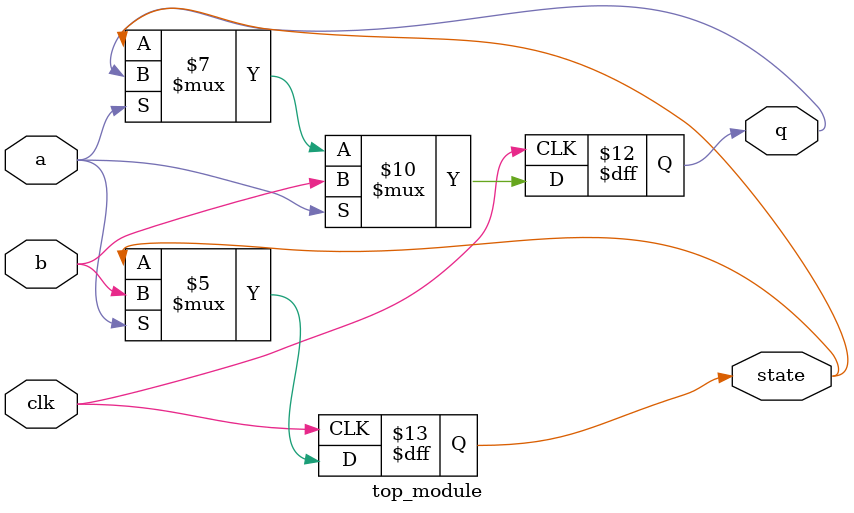
<source format=sv>
module top_module (
    input clk,
    input a,
    input b,
    output reg q,
    output reg state
);

always @(posedge clk) begin
    if (a == 1'b1) begin
        state <= b;
        q <= b;
    end else if (a == 1'b0) begin
        q <= state;
    end
end

endmodule

</source>
